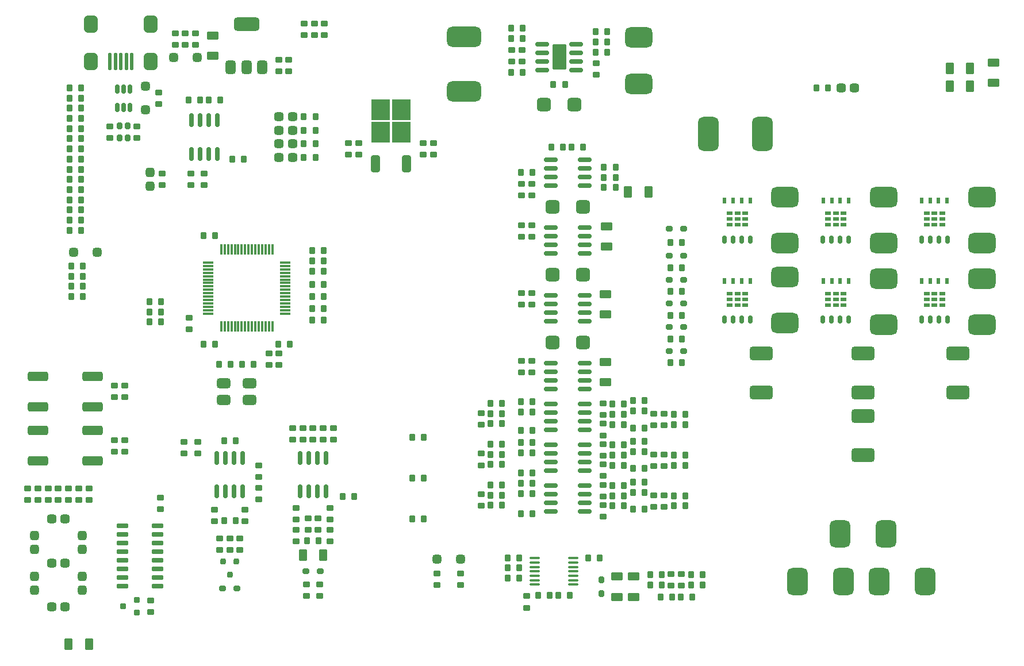
<source format=gbr>
%TF.GenerationSoftware,KiCad,Pcbnew,8.0.4*%
%TF.CreationDate,2024-09-01T17:29:21+03:00*%
%TF.ProjectId,STM32_Motor_Kit_v0.1,53544d33-325f-44d6-9f74-6f725f4b6974,rev?*%
%TF.SameCoordinates,Original*%
%TF.FileFunction,Paste,Top*%
%TF.FilePolarity,Positive*%
%FSLAX45Y45*%
G04 Gerber Fmt 4.5, Leading zero omitted, Abs format (unit mm)*
G04 Created by KiCad (PCBNEW 8.0.4) date 2024-09-01 17:29:21*
%MOMM*%
%LPD*%
G01*
G04 APERTURE LIST*
G04 Aperture macros list*
%AMRoundRect*
0 Rectangle with rounded corners*
0 $1 Rounding radius*
0 $2 $3 $4 $5 $6 $7 $8 $9 X,Y pos of 4 corners*
0 Add a 4 corners polygon primitive as box body*
4,1,4,$2,$3,$4,$5,$6,$7,$8,$9,$2,$3,0*
0 Add four circle primitives for the rounded corners*
1,1,$1+$1,$2,$3*
1,1,$1+$1,$4,$5*
1,1,$1+$1,$6,$7*
1,1,$1+$1,$8,$9*
0 Add four rect primitives between the rounded corners*
20,1,$1+$1,$2,$3,$4,$5,0*
20,1,$1+$1,$4,$5,$6,$7,0*
20,1,$1+$1,$6,$7,$8,$9,0*
20,1,$1+$1,$8,$9,$2,$3,0*%
G04 Aperture macros list end*
%ADD10RoundRect,0.180000X-0.270000X-0.320000X0.270000X-0.320000X0.270000X0.320000X-0.270000X0.320000X0*%
%ADD11RoundRect,0.325000X0.325000X0.325000X-0.325000X0.325000X-0.325000X-0.325000X0.325000X-0.325000X0*%
%ADD12RoundRect,0.180000X-0.320000X0.270000X-0.320000X-0.270000X0.320000X-0.270000X0.320000X0.270000X0*%
%ADD13RoundRect,0.150000X0.825000X0.150000X-0.825000X0.150000X-0.825000X-0.150000X0.825000X-0.150000X0*%
%ADD14RoundRect,0.180000X0.270000X0.320000X-0.270000X0.320000X-0.270000X-0.320000X0.270000X-0.320000X0*%
%ADD15RoundRect,0.162500X-0.162500X0.487500X-0.162500X-0.487500X0.162500X-0.487500X0.162500X0.487500X0*%
%ADD16RoundRect,0.200000X0.200000X0.300000X-0.200000X0.300000X-0.200000X-0.300000X0.200000X-0.300000X0*%
%ADD17RoundRect,0.180000X0.320000X-0.270000X0.320000X0.270000X-0.320000X0.270000X-0.320000X-0.270000X0*%
%ADD18RoundRect,0.325000X0.337500X0.325000X-0.337500X0.325000X-0.337500X-0.325000X0.337500X-0.325000X0*%
%ADD19R,0.900000X0.600000*%
%ADD20R,0.600000X0.900000*%
%ADD21RoundRect,0.150000X-0.150000X-0.425000X0.150000X-0.425000X0.150000X0.425000X-0.150000X0.425000X0*%
%ADD22RoundRect,0.325000X-0.325000X-0.325000X0.325000X-0.325000X0.325000X0.325000X-0.325000X0.325000X0*%
%ADD23RoundRect,0.325000X-0.337500X-0.325000X0.337500X-0.325000X0.337500X0.325000X-0.337500X0.325000X0*%
%ADD24RoundRect,0.350000X-1.150000X-0.350000X1.150000X-0.350000X1.150000X0.350000X-1.150000X0.350000X0*%
%ADD25RoundRect,0.200000X-0.300000X-0.200000X0.300000X-0.200000X0.300000X0.200000X-0.300000X0.200000X0*%
%ADD26RoundRect,0.240000X-0.610000X0.360000X-0.610000X-0.360000X0.610000X-0.360000X0.610000X0.360000X0*%
%ADD27RoundRect,0.750000X-1.250000X-0.750000X1.250000X-0.750000X1.250000X0.750000X-1.250000X0.750000X0*%
%ADD28RoundRect,0.150000X-0.825000X-0.150000X0.825000X-0.150000X0.825000X0.150000X-0.825000X0.150000X0*%
%ADD29RoundRect,0.240000X-0.360000X-0.610000X0.360000X-0.610000X0.360000X0.610000X-0.360000X0.610000X0*%
%ADD30RoundRect,0.750000X0.750000X-1.250000X0.750000X1.250000X-0.750000X1.250000X-0.750000X-1.250000X0*%
%ADD31RoundRect,0.375000X0.625000X0.375000X-0.625000X0.375000X-0.625000X-0.375000X0.625000X-0.375000X0*%
%ADD32RoundRect,0.325000X0.325000X-0.325000X0.325000X0.325000X-0.325000X0.325000X-0.325000X-0.325000X0*%
%ADD33RoundRect,0.400000X-1.300000X0.600000X-1.300000X-0.600000X1.300000X-0.600000X1.300000X0.600000X0*%
%ADD34RoundRect,0.125000X0.125000X1.125000X-0.125000X1.125000X-0.125000X-1.125000X0.125000X-1.125000X0*%
%ADD35RoundRect,0.500000X0.500000X0.750000X-0.500000X0.750000X-0.500000X-0.750000X0.500000X-0.750000X0*%
%ADD36RoundRect,0.325000X0.325000X-0.337500X0.325000X0.337500X-0.325000X0.337500X-0.325000X-0.337500X0*%
%ADD37RoundRect,0.750000X0.750000X1.750000X-0.750000X1.750000X-0.750000X-1.750000X0.750000X-1.750000X0*%
%ADD38RoundRect,0.100000X-0.637500X-0.100000X0.637500X-0.100000X0.637500X0.100000X-0.637500X0.100000X0*%
%ADD39RoundRect,0.500000X0.550000X0.500000X-0.550000X0.500000X-0.550000X-0.500000X0.550000X-0.500000X0*%
%ADD40RoundRect,0.200000X-0.200000X0.250000X-0.200000X-0.250000X0.200000X-0.250000X0.200000X0.250000X0*%
%ADD41RoundRect,0.150000X-0.150000X0.825000X-0.150000X-0.825000X0.150000X-0.825000X0.150000X0.825000X0*%
%ADD42RoundRect,0.150000X-0.725000X-0.150000X0.725000X-0.150000X0.725000X0.150000X-0.725000X0.150000X0*%
%ADD43RoundRect,0.500000X-0.550000X-0.500000X0.550000X-0.500000X0.550000X0.500000X-0.550000X0.500000X0*%
%ADD44RoundRect,0.375000X0.375000X-0.625000X0.375000X0.625000X-0.375000X0.625000X-0.375000X-0.625000X0*%
%ADD45RoundRect,0.500000X1.400000X-0.500000X1.400000X0.500000X-1.400000X0.500000X-1.400000X-0.500000X0*%
%ADD46R,2.750000X3.050000*%
%ADD47RoundRect,0.350000X0.350000X-0.900000X0.350000X0.900000X-0.350000X0.900000X-0.350000X-0.900000X0*%
%ADD48RoundRect,0.075000X0.075000X-0.700000X0.075000X0.700000X-0.075000X0.700000X-0.075000X-0.700000X0*%
%ADD49RoundRect,0.075000X0.700000X-0.075000X0.700000X0.075000X-0.700000X0.075000X-0.700000X-0.075000X0*%
%ADD50RoundRect,0.750000X1.750000X-0.750000X1.750000X0.750000X-1.750000X0.750000X-1.750000X-0.750000X0*%
%ADD51RoundRect,0.200000X0.800000X1.700000X-0.800000X1.700000X-0.800000X-1.700000X0.800000X-1.700000X0*%
%ADD52RoundRect,0.200000X-0.200000X0.300000X-0.200000X-0.300000X0.200000X-0.300000X0.200000X0.300000X0*%
%ADD53RoundRect,0.750000X1.250000X0.750000X-1.250000X0.750000X-1.250000X-0.750000X1.250000X-0.750000X0*%
%ADD54RoundRect,0.200000X0.250000X0.200000X-0.250000X0.200000X-0.250000X-0.200000X0.250000X-0.200000X0*%
%ADD55RoundRect,0.240000X0.610000X-0.360000X0.610000X0.360000X-0.610000X0.360000X-0.610000X-0.360000X0*%
G04 APERTURE END LIST*
D10*
%TO.C,R50*%
X14765000Y-9650000D03*
X14935000Y-9650000D03*
%TD*%
D11*
%TO.C,D9*%
X6325000Y-8725000D03*
X5975000Y-8725000D03*
%TD*%
D12*
%TO.C,R24*%
X8425000Y-12940000D03*
X8425000Y-13110000D03*
%TD*%
D13*
%TO.C,U3*%
X13497500Y-7740500D03*
X13497500Y-7613500D03*
X13497500Y-7486500D03*
X13497500Y-7359500D03*
X13002500Y-7359500D03*
X13002500Y-7486500D03*
X13002500Y-7613500D03*
X13002500Y-7740500D03*
%TD*%
D14*
%TO.C,R106*%
X6085000Y-8250000D03*
X5915000Y-8250000D03*
%TD*%
D15*
%TO.C,U17*%
X6805000Y-6315000D03*
X6710000Y-6315000D03*
X6615000Y-6315000D03*
X6615000Y-6585000D03*
X6710000Y-6585000D03*
X6805000Y-6585000D03*
%TD*%
D10*
%TO.C,R63*%
X10965000Y-12050000D03*
X11135000Y-12050000D03*
%TD*%
D12*
%TO.C,C95*%
X9750000Y-12815000D03*
X9750000Y-12985000D03*
%TD*%
D16*
%TO.C,L3*%
X6770000Y-7040000D03*
X6770000Y-6860000D03*
X6650000Y-6860000D03*
X6650000Y-7040000D03*
%TD*%
D14*
%TO.C,C2*%
X8285000Y-10375000D03*
X8115000Y-10375000D03*
%TD*%
D17*
%TO.C,R80*%
X9350000Y-11485000D03*
X9350000Y-11315000D03*
%TD*%
D18*
%TO.C,D38*%
X5850000Y-12650000D03*
X5650000Y-12650000D03*
%TD*%
D14*
%TO.C,C17*%
X13180000Y-7170000D03*
X13010000Y-7170000D03*
%TD*%
%TO.C,C111*%
X12735000Y-11075000D03*
X12565000Y-11075000D03*
%TD*%
D19*
%TO.C,Q6*%
X18535000Y-9500000D03*
X18650000Y-9500000D03*
X18765000Y-9500000D03*
X18535000Y-9415000D03*
X18650000Y-9415000D03*
X18765000Y-9415000D03*
X18535000Y-9330000D03*
X18650000Y-9330000D03*
X18765000Y-9330000D03*
D20*
X18462000Y-9145000D03*
X18590000Y-9145000D03*
X18710000Y-9145000D03*
X18838000Y-9145000D03*
D21*
X18459000Y-9717000D03*
X18586000Y-9717000D03*
X18714000Y-9717000D03*
X18841000Y-9717000D03*
%TD*%
D10*
%TO.C,R32*%
X14810000Y-12460000D03*
X14980000Y-12460000D03*
%TD*%
D12*
%TO.C,C28*%
X12425000Y-5740000D03*
X12425000Y-5910000D03*
%TD*%
D10*
%TO.C,C89*%
X15065000Y-13475000D03*
X15235000Y-13475000D03*
%TD*%
%TO.C,R9*%
X12565000Y-7550000D03*
X12735000Y-7550000D03*
%TD*%
D17*
%TO.C,C102*%
X6575000Y-11660000D03*
X6575000Y-11490000D03*
%TD*%
D22*
%TO.C,D3*%
X7445000Y-5855000D03*
X7795000Y-5855000D03*
%TD*%
D14*
%TO.C,R12*%
X12585000Y-6075000D03*
X12415000Y-6075000D03*
%TD*%
D10*
%TO.C,C69*%
X14210000Y-11660000D03*
X14380000Y-11660000D03*
%TD*%
%TO.C,C87*%
X13550000Y-13225000D03*
X13720000Y-13225000D03*
%TD*%
D23*
%TO.C,D8*%
X9000000Y-6725000D03*
X9200000Y-6725000D03*
%TD*%
D10*
%TO.C,C107*%
X14210000Y-10910000D03*
X14380000Y-10910000D03*
%TD*%
D17*
%TO.C,R53*%
X13770000Y-11420000D03*
X13770000Y-11250000D03*
%TD*%
D14*
%TO.C,C35*%
X6110000Y-9375000D03*
X5940000Y-9375000D03*
%TD*%
D17*
%TO.C,C27*%
X11125000Y-7285000D03*
X11125000Y-7115000D03*
%TD*%
D14*
%TO.C,R68*%
X12285000Y-11250000D03*
X12115000Y-11250000D03*
%TD*%
D24*
%TO.C,SW3*%
X5450000Y-11350000D03*
X6250000Y-11350000D03*
X5450000Y-11800000D03*
X6250000Y-11800000D03*
%TD*%
D17*
%TO.C,R82*%
X9500000Y-11485000D03*
X9500000Y-11315000D03*
%TD*%
D25*
%TO.C,D15*%
X14745000Y-8375000D03*
X14955000Y-8375000D03*
%TD*%
D10*
%TO.C,R42*%
X13910000Y-12310000D03*
X14080000Y-12310000D03*
%TD*%
D17*
%TO.C,R55*%
X13770000Y-12620000D03*
X13770000Y-12450000D03*
%TD*%
D10*
%TO.C,R38*%
X13910000Y-11110000D03*
X14080000Y-11110000D03*
%TD*%
%TO.C,R15*%
X9365000Y-7325000D03*
X9535000Y-7325000D03*
%TD*%
D12*
%TO.C,R103*%
X6725000Y-11490000D03*
X6725000Y-11660000D03*
%TD*%
D10*
%TO.C,C68*%
X14210000Y-11910000D03*
X14380000Y-11910000D03*
%TD*%
D14*
%TO.C,R13*%
X12585000Y-5575000D03*
X12415000Y-5575000D03*
%TD*%
D17*
%TO.C,C12*%
X9145000Y-6055000D03*
X9145000Y-5885000D03*
%TD*%
D19*
%TO.C,Q4*%
X17085000Y-9500000D03*
X17200000Y-9500000D03*
X17315000Y-9500000D03*
X17085000Y-9415000D03*
X17200000Y-9415000D03*
X17315000Y-9415000D03*
X17085000Y-9330000D03*
X17200000Y-9330000D03*
X17315000Y-9330000D03*
D20*
X17012000Y-9145000D03*
X17140000Y-9145000D03*
X17260000Y-9145000D03*
X17388000Y-9145000D03*
D21*
X17009000Y-9717000D03*
X17136000Y-9717000D03*
X17264000Y-9717000D03*
X17391000Y-9717000D03*
%TD*%
D26*
%TO.C,C90*%
X13975000Y-13500000D03*
X13975000Y-13800000D03*
%TD*%
D12*
%TO.C,C49*%
X12720000Y-8325000D03*
X12720000Y-8495000D03*
%TD*%
D26*
%TO.C,C16*%
X8020000Y-5530000D03*
X8020000Y-5830000D03*
%TD*%
D27*
%TO.C,D26*%
X19350000Y-9110000D03*
X19350000Y-9790000D03*
%TD*%
D17*
%TO.C,R93*%
X6050000Y-12375000D03*
X6050000Y-12205000D03*
%TD*%
D27*
%TO.C,D25*%
X19350000Y-7910000D03*
X19350000Y-8590000D03*
%TD*%
D28*
%TO.C,U8*%
X13002500Y-9359500D03*
X13002500Y-9486500D03*
X13002500Y-9613500D03*
X13002500Y-9740500D03*
X13497500Y-9740500D03*
X13497500Y-9613500D03*
X13497500Y-9486500D03*
X13497500Y-9359500D03*
%TD*%
D26*
%TO.C,C54*%
X13805000Y-9340000D03*
X13805000Y-9640000D03*
%TD*%
D29*
%TO.C,C74*%
X5900000Y-14500000D03*
X6200000Y-14500000D03*
%TD*%
D14*
%TO.C,C8*%
X9660000Y-9000000D03*
X9490000Y-9000000D03*
%TD*%
D27*
%TO.C,D17*%
X16450000Y-7910000D03*
X16450000Y-8590000D03*
%TD*%
D18*
%TO.C,D44*%
X5850000Y-13950000D03*
X5650000Y-13950000D03*
%TD*%
D17*
%TO.C,R48*%
X13770000Y-12320000D03*
X13770000Y-12150000D03*
%TD*%
D12*
%TO.C,C46*%
X12570000Y-8325000D03*
X12570000Y-8495000D03*
%TD*%
D10*
%TO.C,R29*%
X14810000Y-11110000D03*
X14980000Y-11110000D03*
%TD*%
%TO.C,R28*%
X14810000Y-11260000D03*
X14980000Y-11260000D03*
%TD*%
%TO.C,R30*%
X14810000Y-11860000D03*
X14980000Y-11860000D03*
%TD*%
D12*
%TO.C,C4*%
X7675000Y-9690000D03*
X7675000Y-9860000D03*
%TD*%
%TO.C,C39*%
X8500000Y-12515000D03*
X8500000Y-12685000D03*
%TD*%
%TO.C,C37*%
X7600000Y-11515000D03*
X7600000Y-11685000D03*
%TD*%
D24*
%TO.C,SW2*%
X5450000Y-10550000D03*
X6250000Y-10550000D03*
X5450000Y-11000000D03*
X6250000Y-11000000D03*
%TD*%
D12*
%TO.C,FB2*%
X9425000Y-12640000D03*
X9425000Y-12810000D03*
%TD*%
D23*
%TO.C,D7*%
X9000000Y-6925000D03*
X9200000Y-6925000D03*
%TD*%
D30*
%TO.C,D29*%
X17835000Y-13575000D03*
X18515000Y-13575000D03*
%TD*%
D17*
%TO.C,R8*%
X7470000Y-5665000D03*
X7470000Y-5495000D03*
%TD*%
D31*
%TO.C,Y1*%
X8565000Y-10650000D03*
X8185000Y-10650000D03*
X8185000Y-10900000D03*
X8565000Y-10900000D03*
%TD*%
D14*
%TO.C,R111*%
X6085000Y-7650000D03*
X5915000Y-7650000D03*
%TD*%
D12*
%TO.C,R25*%
X8125000Y-12940000D03*
X8125000Y-13110000D03*
%TD*%
%TO.C,R22*%
X8700000Y-11865000D03*
X8700000Y-12035000D03*
%TD*%
D14*
%TO.C,R11*%
X13835000Y-5625000D03*
X13665000Y-5625000D03*
%TD*%
D32*
%TO.C,D33*%
X7030000Y-6625000D03*
X7030000Y-6275000D03*
%TD*%
D12*
%TO.C,C110*%
X12570000Y-7715000D03*
X12570000Y-7885000D03*
%TD*%
D10*
%TO.C,C70*%
X14210000Y-12510000D03*
X14380000Y-12510000D03*
%TD*%
D14*
%TO.C,R110*%
X6085000Y-7350000D03*
X5915000Y-7350000D03*
%TD*%
%TO.C,C79*%
X12285000Y-11550000D03*
X12115000Y-11550000D03*
%TD*%
D25*
%TO.C,D16*%
X14745000Y-8775000D03*
X14955000Y-8775000D03*
%TD*%
D33*
%TO.C,R36*%
X16100000Y-10210000D03*
X16100000Y-10790000D03*
%TD*%
D10*
%TO.C,R20*%
X5940000Y-9075000D03*
X6110000Y-9075000D03*
%TD*%
%TO.C,R17*%
X9365000Y-6925000D03*
X9535000Y-6925000D03*
%TD*%
D13*
%TO.C,U10*%
X13497500Y-11340500D03*
X13497500Y-11213500D03*
X13497500Y-11086500D03*
X13497500Y-10959500D03*
X13002500Y-10959500D03*
X13002500Y-11086500D03*
X13002500Y-11213500D03*
X13002500Y-11340500D03*
%TD*%
D17*
%TO.C,R54*%
X13770000Y-12020000D03*
X13770000Y-11850000D03*
%TD*%
D34*
%TO.C,J8*%
X6830000Y-5910000D03*
X6750000Y-5910000D03*
X6670000Y-5910000D03*
X6590000Y-5910000D03*
X6510000Y-5910000D03*
D35*
X7110000Y-5910000D03*
X7110000Y-5360000D03*
X6230000Y-5910000D03*
X6230000Y-5360000D03*
%TD*%
D10*
%TO.C,R40*%
X13910000Y-11710000D03*
X14080000Y-11710000D03*
%TD*%
D36*
%TO.C,D45*%
X7100000Y-7750000D03*
X7100000Y-7550000D03*
%TD*%
D25*
%TO.C,D19*%
X14745000Y-9125000D03*
X14955000Y-9125000D03*
%TD*%
D14*
%TO.C,C13*%
X13955000Y-7770000D03*
X13785000Y-7770000D03*
%TD*%
D17*
%TO.C,C94*%
X9250000Y-12660000D03*
X9250000Y-12490000D03*
%TD*%
%TO.C,R89*%
X9000000Y-10385000D03*
X9000000Y-10215000D03*
%TD*%
D14*
%TO.C,R112*%
X6085000Y-7500000D03*
X5915000Y-7500000D03*
%TD*%
D10*
%TO.C,R49*%
X14765000Y-9300000D03*
X14935000Y-9300000D03*
%TD*%
%TO.C,C24*%
X13040000Y-6250000D03*
X13210000Y-6250000D03*
%TD*%
D25*
%TO.C,D24*%
X14745000Y-10175000D03*
X14955000Y-10175000D03*
%TD*%
D12*
%TO.C,C32*%
X9670000Y-5355000D03*
X9670000Y-5525000D03*
%TD*%
D14*
%TO.C,C77*%
X12735000Y-12575000D03*
X12565000Y-12575000D03*
%TD*%
%TO.C,R85*%
X6085000Y-6600000D03*
X5915000Y-6600000D03*
%TD*%
D29*
%TO.C,R3*%
X14140000Y-7830000D03*
X14440000Y-7830000D03*
%TD*%
D12*
%TO.C,R21*%
X7800000Y-11515000D03*
X7800000Y-11685000D03*
%TD*%
D10*
%TO.C,R41*%
X13910000Y-12460000D03*
X14080000Y-12460000D03*
%TD*%
D14*
%TO.C,R77*%
X15235000Y-13625000D03*
X15065000Y-13625000D03*
%TD*%
D12*
%TO.C,C20*%
X7620000Y-5495000D03*
X7620000Y-5665000D03*
%TD*%
D17*
%TO.C,R92*%
X5600000Y-12375000D03*
X5600000Y-12205000D03*
%TD*%
%TO.C,R97*%
X5300000Y-12375000D03*
X5300000Y-12205000D03*
%TD*%
D10*
%TO.C,R65*%
X12115000Y-11700000D03*
X12285000Y-11700000D03*
%TD*%
%TO.C,R4*%
X13785000Y-7620000D03*
X13955000Y-7620000D03*
%TD*%
D27*
%TO.C,D21*%
X17900000Y-7910000D03*
X17900000Y-8590000D03*
%TD*%
D25*
%TO.C,D20*%
X14745000Y-9475000D03*
X14955000Y-9475000D03*
%TD*%
D13*
%TO.C,U11*%
X13497500Y-11940500D03*
X13497500Y-11813500D03*
X13497500Y-11686500D03*
X13497500Y-11559500D03*
X13002500Y-11559500D03*
X13002500Y-11686500D03*
X13002500Y-11813500D03*
X13002500Y-11940500D03*
%TD*%
D26*
%TO.C,C52*%
X13820000Y-8340000D03*
X13820000Y-8640000D03*
%TD*%
D10*
%TO.C,R39*%
X13910000Y-11860000D03*
X14080000Y-11860000D03*
%TD*%
D14*
%TO.C,R107*%
X6085000Y-8100000D03*
X5915000Y-8100000D03*
%TD*%
D12*
%TO.C,TH3*%
X9400000Y-13614500D03*
X9400000Y-13784500D03*
%TD*%
D14*
%TO.C,C7*%
X9660000Y-8850000D03*
X9490000Y-8850000D03*
%TD*%
D37*
%TO.C,L1*%
X16120000Y-6975000D03*
X15320000Y-6975000D03*
%TD*%
D10*
%TO.C,R37*%
X13910000Y-11260000D03*
X14080000Y-11260000D03*
%TD*%
%TO.C,C5*%
X8990000Y-10075000D03*
X9160000Y-10075000D03*
%TD*%
D14*
%TO.C,R73*%
X12985000Y-13775000D03*
X12815000Y-13775000D03*
%TD*%
D23*
%TO.C,D6*%
X9000000Y-7125000D03*
X9200000Y-7125000D03*
%TD*%
D25*
%TO.C,D23*%
X14745000Y-9825000D03*
X14955000Y-9825000D03*
%TD*%
D17*
%TO.C,R74*%
X14775000Y-13635000D03*
X14775000Y-13465000D03*
%TD*%
D10*
%TO.C,C109*%
X14210000Y-12110000D03*
X14380000Y-12110000D03*
%TD*%
D14*
%TO.C,R100*%
X7835000Y-6475000D03*
X7665000Y-6475000D03*
%TD*%
D38*
%TO.C,U13*%
X12763750Y-13230000D03*
X12763750Y-13295000D03*
X12763750Y-13360000D03*
X12763750Y-13425000D03*
X12763750Y-13490000D03*
X12763750Y-13555000D03*
X12763750Y-13620000D03*
X13336250Y-13620000D03*
X13336250Y-13555000D03*
X13336250Y-13490000D03*
X13336250Y-13425000D03*
X13336250Y-13360000D03*
X13336250Y-13295000D03*
X13336250Y-13230000D03*
%TD*%
D12*
%TO.C,C30*%
X12575000Y-5740000D03*
X12575000Y-5910000D03*
%TD*%
D17*
%TO.C,C23*%
X10175000Y-7285000D03*
X10175000Y-7115000D03*
%TD*%
D14*
%TO.C,R104*%
X6085000Y-6900000D03*
X5915000Y-6900000D03*
%TD*%
%TO.C,C96*%
X9585000Y-12975000D03*
X9415000Y-12975000D03*
%TD*%
D17*
%TO.C,C42*%
X8275000Y-13110000D03*
X8275000Y-12940000D03*
%TD*%
D14*
%TO.C,R115*%
X6085000Y-7950000D03*
X5915000Y-7950000D03*
%TD*%
D29*
%TO.C,R26*%
X18875000Y-6015000D03*
X19175000Y-6015000D03*
%TD*%
D10*
%TO.C,R18*%
X9365000Y-6725000D03*
X9535000Y-6725000D03*
%TD*%
%TO.C,R56*%
X12565000Y-10925000D03*
X12735000Y-10925000D03*
%TD*%
D36*
%TO.C,D39*%
X5400000Y-13100000D03*
X5400000Y-12900000D03*
%TD*%
D12*
%TO.C,R90*%
X7105000Y-13855000D03*
X7105000Y-14025000D03*
%TD*%
D10*
%TO.C,C67*%
X14210000Y-11060000D03*
X14380000Y-11060000D03*
%TD*%
D39*
%TO.C,D13*%
X13475000Y-9050000D03*
X13025000Y-9050000D03*
%TD*%
D10*
%TO.C,C25*%
X13665000Y-5475000D03*
X13835000Y-5475000D03*
%TD*%
%TO.C,C108*%
X14210000Y-11510000D03*
X14380000Y-11510000D03*
%TD*%
D17*
%TO.C,C63*%
X14520000Y-11270000D03*
X14520000Y-11100000D03*
%TD*%
D12*
%TO.C,TH2*%
X9600000Y-13614500D03*
X9600000Y-13784500D03*
%TD*%
D17*
%TO.C,C14*%
X8995000Y-6055000D03*
X8995000Y-5885000D03*
%TD*%
D14*
%TO.C,R105*%
X6085000Y-6750000D03*
X5915000Y-6750000D03*
%TD*%
D25*
%TO.C,D36*%
X9395000Y-13424500D03*
X9605000Y-13424500D03*
%TD*%
D10*
%TO.C,R67*%
X12115000Y-12300000D03*
X12285000Y-12300000D03*
%TD*%
D17*
%TO.C,R76*%
X14925000Y-13635000D03*
X14925000Y-13465000D03*
%TD*%
D30*
%TO.C,D27*%
X17260000Y-12875000D03*
X17940000Y-12875000D03*
%TD*%
D14*
%TO.C,C73*%
X12735000Y-12275000D03*
X12565000Y-12275000D03*
%TD*%
%TO.C,C40*%
X8360000Y-12675000D03*
X8190000Y-12675000D03*
%TD*%
D12*
%TO.C,C97*%
X9250000Y-12815000D03*
X9250000Y-12985000D03*
%TD*%
D40*
%TO.C,D10*%
X8370000Y-13275000D03*
X8180000Y-13275000D03*
X8275000Y-13475000D03*
%TD*%
D14*
%TO.C,C88*%
X14635000Y-13475000D03*
X14465000Y-13475000D03*
%TD*%
D10*
%TO.C,R60*%
X14765000Y-10350000D03*
X14935000Y-10350000D03*
%TD*%
%TO.C,R5*%
X13785000Y-7470000D03*
X13955000Y-7470000D03*
%TD*%
%TO.C,R6*%
X16915000Y-6300000D03*
X17085000Y-6300000D03*
%TD*%
D39*
%TO.C,D14*%
X13475000Y-10050000D03*
X13025000Y-10050000D03*
%TD*%
D26*
%TO.C,C115*%
X19525000Y-5925000D03*
X19525000Y-6225000D03*
%TD*%
D33*
%TO.C,R61*%
X19000000Y-10210000D03*
X19000000Y-10790000D03*
%TD*%
D10*
%TO.C,C38*%
X8190000Y-11500000D03*
X8360000Y-11500000D03*
%TD*%
D25*
%TO.C,D11*%
X8170000Y-13675000D03*
X8380000Y-13675000D03*
%TD*%
D12*
%TO.C,FB1*%
X9575000Y-12640000D03*
X9575000Y-12810000D03*
%TD*%
%TO.C,C50*%
X12720000Y-9325000D03*
X12720000Y-9495000D03*
%TD*%
D41*
%TO.C,U6*%
X8465500Y-11752500D03*
X8338500Y-11752500D03*
X8211500Y-11752500D03*
X8084500Y-11752500D03*
X8084500Y-12247500D03*
X8211500Y-12247500D03*
X8338500Y-12247500D03*
X8465500Y-12247500D03*
%TD*%
D42*
%TO.C,U15*%
X6697500Y-12755500D03*
X6697500Y-12882500D03*
X6697500Y-13009500D03*
X6697500Y-13136500D03*
X6697500Y-13263500D03*
X6697500Y-13390500D03*
X6697500Y-13517500D03*
X6697500Y-13644500D03*
X7212500Y-13644500D03*
X7212500Y-13517500D03*
X7212500Y-13390500D03*
X7212500Y-13263500D03*
X7212500Y-13136500D03*
X7212500Y-13009500D03*
X7212500Y-12882500D03*
X7212500Y-12755500D03*
%TD*%
D29*
%TO.C,R27*%
X18875000Y-6275000D03*
X19175000Y-6275000D03*
%TD*%
D43*
%TO.C,D4*%
X12900000Y-6550000D03*
X13350000Y-6550000D03*
%TD*%
D44*
%TO.C,U2*%
X8290000Y-5995000D03*
X8520000Y-5995000D03*
X8750000Y-5995000D03*
D45*
X8520000Y-5365000D03*
%TD*%
D10*
%TO.C,R10*%
X13665000Y-5775000D03*
X13835000Y-5775000D03*
%TD*%
D17*
%TO.C,C93*%
X9750000Y-12660000D03*
X9750000Y-12490000D03*
%TD*%
D14*
%TO.C,R83*%
X12285000Y-12450000D03*
X12115000Y-12450000D03*
%TD*%
D10*
%TO.C,R1*%
X7090000Y-9750000D03*
X7260000Y-9750000D03*
%TD*%
D26*
%TO.C,C56*%
X13805000Y-10340000D03*
X13805000Y-10640000D03*
%TD*%
D10*
%TO.C,R58*%
X12565000Y-12125000D03*
X12735000Y-12125000D03*
%TD*%
%TO.C,R16*%
X9365000Y-7125000D03*
X9535000Y-7125000D03*
%TD*%
D12*
%TO.C,C91*%
X12650000Y-13790000D03*
X12650000Y-13960000D03*
%TD*%
D10*
%TO.C,C83*%
X9490000Y-9725000D03*
X9660000Y-9725000D03*
%TD*%
D17*
%TO.C,C62*%
X14670000Y-12470000D03*
X14670000Y-12300000D03*
%TD*%
%TO.C,R102*%
X7700000Y-7735000D03*
X7700000Y-7565000D03*
%TD*%
D14*
%TO.C,C86*%
X12535000Y-13225000D03*
X12365000Y-13225000D03*
%TD*%
D12*
%TO.C,C51*%
X12720000Y-10325000D03*
X12720000Y-10495000D03*
%TD*%
D17*
%TO.C,C60*%
X14670000Y-11270000D03*
X14670000Y-11100000D03*
%TD*%
D14*
%TO.C,C76*%
X12735000Y-11975000D03*
X12565000Y-11975000D03*
%TD*%
D12*
%TO.C,C104*%
X7230000Y-6365000D03*
X7230000Y-6535000D03*
%TD*%
D19*
%TO.C,Q5*%
X18535000Y-8316500D03*
X18650000Y-8316500D03*
X18765000Y-8316500D03*
X18535000Y-8231500D03*
X18650000Y-8231500D03*
X18765000Y-8231500D03*
X18535000Y-8146500D03*
X18650000Y-8146500D03*
X18765000Y-8146500D03*
D20*
X18462000Y-7961500D03*
X18590000Y-7961500D03*
X18710000Y-7961500D03*
X18838000Y-7961500D03*
D21*
X18459000Y-8533500D03*
X18586000Y-8533500D03*
X18714000Y-8533500D03*
X18841000Y-8533500D03*
%TD*%
D27*
%TO.C,D22*%
X17900000Y-9110000D03*
X17900000Y-9790000D03*
%TD*%
D12*
%TO.C,C21*%
X13675000Y-5940000D03*
X13675000Y-6110000D03*
%TD*%
D10*
%TO.C,C82*%
X9490000Y-9550000D03*
X9660000Y-9550000D03*
%TD*%
%TO.C,R59*%
X14765000Y-10000000D03*
X14935000Y-10000000D03*
%TD*%
D46*
%TO.C,U5*%
X10497500Y-6957500D03*
X10802500Y-6957500D03*
X10497500Y-6622500D03*
X10802500Y-6622500D03*
D47*
X10422000Y-7420000D03*
X10878000Y-7420000D03*
%TD*%
D14*
%TO.C,C84*%
X7260000Y-9450000D03*
X7090000Y-9450000D03*
%TD*%
D10*
%TO.C,R75*%
X14465000Y-13625000D03*
X14635000Y-13625000D03*
%TD*%
D36*
%TO.C,D40*%
X6100000Y-13100000D03*
X6100000Y-12900000D03*
%TD*%
D10*
%TO.C,R14*%
X12415000Y-5425000D03*
X12585000Y-5425000D03*
%TD*%
D36*
%TO.C,D43*%
X6100000Y-13700000D03*
X6100000Y-13500000D03*
%TD*%
D10*
%TO.C,R69*%
X12115000Y-11100000D03*
X12285000Y-11100000D03*
%TD*%
D14*
%TO.C,R108*%
X6085000Y-8400000D03*
X5915000Y-8400000D03*
%TD*%
D10*
%TO.C,C66*%
X14210000Y-11310000D03*
X14380000Y-11310000D03*
%TD*%
D12*
%TO.C,R88*%
X11675000Y-13456750D03*
X11675000Y-13626750D03*
%TD*%
D14*
%TO.C,R114*%
X6085000Y-7050000D03*
X5915000Y-7050000D03*
%TD*%
%TO.C,C36*%
X6110000Y-8925000D03*
X5940000Y-8925000D03*
%TD*%
%TO.C,R113*%
X6085000Y-6300000D03*
X5915000Y-6300000D03*
%TD*%
D23*
%TO.C,D5*%
X9000000Y-7325000D03*
X9200000Y-7325000D03*
%TD*%
D12*
%TO.C,C34*%
X9370000Y-5355000D03*
X9370000Y-5525000D03*
%TD*%
D14*
%TO.C,R79*%
X14785000Y-13800000D03*
X14615000Y-13800000D03*
%TD*%
D10*
%TO.C,C3*%
X8455000Y-10375000D03*
X8625000Y-10375000D03*
%TD*%
D19*
%TO.C,Q3*%
X17085000Y-8316500D03*
X17200000Y-8316500D03*
X17315000Y-8316500D03*
X17085000Y-8231500D03*
X17200000Y-8231500D03*
X17315000Y-8231500D03*
X17085000Y-8146500D03*
X17200000Y-8146500D03*
X17315000Y-8146500D03*
D20*
X17012000Y-7961500D03*
X17140000Y-7961500D03*
X17260000Y-7961500D03*
X17388000Y-7961500D03*
D21*
X17009000Y-8533500D03*
X17136000Y-8533500D03*
X17264000Y-8533500D03*
X17391000Y-8533500D03*
%TD*%
D17*
%TO.C,R23*%
X8700000Y-12360000D03*
X8700000Y-12190000D03*
%TD*%
D14*
%TO.C,R66*%
X12285000Y-11850000D03*
X12115000Y-11850000D03*
%TD*%
D17*
%TO.C,R95*%
X5450000Y-12375000D03*
X5450000Y-12205000D03*
%TD*%
D12*
%TO.C,C15*%
X12720000Y-7715000D03*
X12720000Y-7885000D03*
%TD*%
D10*
%TO.C,R19*%
X5940000Y-9225000D03*
X6110000Y-9225000D03*
%TD*%
D12*
%TO.C,C112*%
X11975000Y-11090000D03*
X11975000Y-11260000D03*
%TD*%
D19*
%TO.C,Q1*%
X15635000Y-8316500D03*
X15750000Y-8316500D03*
X15865000Y-8316500D03*
X15635000Y-8231500D03*
X15750000Y-8231500D03*
X15865000Y-8231500D03*
X15635000Y-8146500D03*
X15750000Y-8146500D03*
X15865000Y-8146500D03*
D20*
X15562000Y-7961500D03*
X15690000Y-7961500D03*
X15810000Y-7961500D03*
X15938000Y-7961500D03*
D21*
X15559000Y-8533500D03*
X15686000Y-8533500D03*
X15814000Y-8533500D03*
X15941000Y-8533500D03*
%TD*%
D17*
%TO.C,R84*%
X9200000Y-11485000D03*
X9200000Y-11315000D03*
%TD*%
D33*
%TO.C,R51*%
X17600000Y-10210000D03*
X17600000Y-10790000D03*
%TD*%
D10*
%TO.C,C100*%
X8315000Y-7350000D03*
X8485000Y-7350000D03*
%TD*%
D12*
%TO.C,C98*%
X8850000Y-10215000D03*
X8850000Y-10385000D03*
%TD*%
D17*
%TO.C,C64*%
X14520000Y-11870000D03*
X14520000Y-11700000D03*
%TD*%
D14*
%TO.C,R45*%
X14080000Y-11560000D03*
X13910000Y-11560000D03*
%TD*%
D39*
%TO.C,D12*%
X13475000Y-8050000D03*
X13025000Y-8050000D03*
%TD*%
D17*
%TO.C,C41*%
X8050000Y-12685000D03*
X8050000Y-12515000D03*
%TD*%
D14*
%TO.C,C78*%
X12285000Y-10950000D03*
X12115000Y-10950000D03*
%TD*%
D48*
%TO.C,U1*%
X8150000Y-9817500D03*
X8200000Y-9817500D03*
X8250000Y-9817500D03*
X8300000Y-9817500D03*
X8350000Y-9817500D03*
X8400000Y-9817500D03*
X8450000Y-9817500D03*
X8500000Y-9817500D03*
X8550000Y-9817500D03*
X8600000Y-9817500D03*
X8650000Y-9817500D03*
X8700000Y-9817500D03*
X8750000Y-9817500D03*
X8800000Y-9817500D03*
X8850000Y-9817500D03*
X8900000Y-9817500D03*
D49*
X9092500Y-9625000D03*
X9092500Y-9575000D03*
X9092500Y-9525000D03*
X9092500Y-9475000D03*
X9092500Y-9425000D03*
X9092500Y-9375000D03*
X9092500Y-9325000D03*
X9092500Y-9275000D03*
X9092500Y-9225000D03*
X9092500Y-9175000D03*
X9092500Y-9125000D03*
X9092500Y-9075000D03*
X9092500Y-9025000D03*
X9092500Y-8975000D03*
X9092500Y-8925000D03*
X9092500Y-8875000D03*
D48*
X8900000Y-8682500D03*
X8850000Y-8682500D03*
X8800000Y-8682500D03*
X8750000Y-8682500D03*
X8700000Y-8682500D03*
X8650000Y-8682500D03*
X8600000Y-8682500D03*
X8550000Y-8682500D03*
X8500000Y-8682500D03*
X8450000Y-8682500D03*
X8400000Y-8682500D03*
X8350000Y-8682500D03*
X8300000Y-8682500D03*
X8250000Y-8682500D03*
X8200000Y-8682500D03*
X8150000Y-8682500D03*
D49*
X7957500Y-8875000D03*
X7957500Y-8925000D03*
X7957500Y-8975000D03*
X7957500Y-9025000D03*
X7957500Y-9075000D03*
X7957500Y-9125000D03*
X7957500Y-9175000D03*
X7957500Y-9225000D03*
X7957500Y-9275000D03*
X7957500Y-9325000D03*
X7957500Y-9375000D03*
X7957500Y-9425000D03*
X7957500Y-9475000D03*
X7957500Y-9525000D03*
X7957500Y-9575000D03*
X7957500Y-9625000D03*
%TD*%
D36*
%TO.C,D42*%
X5400000Y-13700000D03*
X5400000Y-13500000D03*
%TD*%
D10*
%TO.C,R99*%
X7965000Y-6475000D03*
X8135000Y-6475000D03*
%TD*%
D28*
%TO.C,U9*%
X13002500Y-10359500D03*
X13002500Y-10486500D03*
X13002500Y-10613500D03*
X13002500Y-10740500D03*
X13497500Y-10740500D03*
X13497500Y-10613500D03*
X13497500Y-10486500D03*
X13497500Y-10359500D03*
%TD*%
D17*
%TO.C,R44*%
X13770000Y-11120000D03*
X13770000Y-10950000D03*
%TD*%
D14*
%TO.C,C80*%
X12285000Y-12150000D03*
X12115000Y-12150000D03*
%TD*%
D12*
%TO.C,R117*%
X9800000Y-11315000D03*
X9800000Y-11485000D03*
%TD*%
D17*
%TO.C,C61*%
X14670000Y-11870000D03*
X14670000Y-11700000D03*
%TD*%
D10*
%TO.C,R34*%
X14765000Y-8575000D03*
X14935000Y-8575000D03*
%TD*%
D17*
%TO.C,C29*%
X11275000Y-7285000D03*
X11275000Y-7115000D03*
%TD*%
D14*
%TO.C,C85*%
X7260000Y-9600000D03*
X7090000Y-9600000D03*
%TD*%
%TO.C,R116*%
X6085000Y-7800000D03*
X5915000Y-7800000D03*
%TD*%
D18*
%TO.C,D41*%
X5850000Y-13300000D03*
X5650000Y-13300000D03*
%TD*%
D10*
%TO.C,R7*%
X13310000Y-7170000D03*
X13480000Y-7170000D03*
%TD*%
D18*
%TO.C,D1*%
X17475000Y-6300000D03*
X17275000Y-6300000D03*
%TD*%
D14*
%TO.C,C10*%
X9660000Y-8700000D03*
X9490000Y-8700000D03*
%TD*%
D50*
%TO.C,L2*%
X11725000Y-6350000D03*
X11725000Y-5550000D03*
%TD*%
D14*
%TO.C,C75*%
X12735000Y-11350000D03*
X12565000Y-11350000D03*
%TD*%
D41*
%TO.C,U16*%
X8090500Y-6777500D03*
X7963500Y-6777500D03*
X7836500Y-6777500D03*
X7709500Y-6777500D03*
X7709500Y-7272500D03*
X7836500Y-7272500D03*
X7963500Y-7272500D03*
X8090500Y-7272500D03*
%TD*%
D14*
%TO.C,R70*%
X12535000Y-13375000D03*
X12365000Y-13375000D03*
%TD*%
D10*
%TO.C,R35*%
X14765000Y-8950000D03*
X14935000Y-8950000D03*
%TD*%
D41*
%TO.C,U14*%
X9690500Y-11752500D03*
X9563500Y-11752500D03*
X9436500Y-11752500D03*
X9309500Y-11752500D03*
X9309500Y-12247500D03*
X9436500Y-12247500D03*
X9563500Y-12247500D03*
X9690500Y-12247500D03*
%TD*%
D10*
%TO.C,R33*%
X14810000Y-12310000D03*
X14980000Y-12310000D03*
%TD*%
D14*
%TO.C,R47*%
X14080000Y-12160000D03*
X13910000Y-12160000D03*
%TD*%
D17*
%TO.C,R101*%
X7900000Y-7735000D03*
X7900000Y-7565000D03*
%TD*%
D13*
%TO.C,U12*%
X13497500Y-12540500D03*
X13497500Y-12413500D03*
X13497500Y-12286500D03*
X13497500Y-12159500D03*
X13002500Y-12159500D03*
X13002500Y-12286500D03*
X13002500Y-12413500D03*
X13002500Y-12540500D03*
%TD*%
D10*
%TO.C,C71*%
X14210000Y-12260000D03*
X14380000Y-12260000D03*
%TD*%
D14*
%TO.C,R72*%
X13285000Y-13775000D03*
X13115000Y-13775000D03*
%TD*%
D17*
%TO.C,R46*%
X13770000Y-11720000D03*
X13770000Y-11550000D03*
%TD*%
D12*
%TO.C,C47*%
X12570000Y-9325000D03*
X12570000Y-9495000D03*
%TD*%
D27*
%TO.C,D18*%
X16450000Y-9085000D03*
X16450000Y-9765000D03*
%TD*%
D14*
%TO.C,R86*%
X6085000Y-6450000D03*
X5915000Y-6450000D03*
%TD*%
D13*
%TO.C,U4*%
X13372500Y-6040500D03*
X13372500Y-5913500D03*
X13372500Y-5786500D03*
X13372500Y-5659500D03*
X12877500Y-5659500D03*
X12877500Y-5786500D03*
X12877500Y-5913500D03*
X12877500Y-6040500D03*
D51*
X13125000Y-5840000D03*
%TD*%
D28*
%TO.C,U7*%
X13002500Y-8359500D03*
X13002500Y-8486500D03*
X13002500Y-8613500D03*
X13002500Y-8740500D03*
X13497500Y-8740500D03*
X13497500Y-8613500D03*
X13497500Y-8486500D03*
X13497500Y-8359500D03*
%TD*%
D52*
%TO.C,D32*%
X13750000Y-13545000D03*
X13750000Y-13755000D03*
%TD*%
D17*
%TO.C,R94*%
X5750000Y-12375000D03*
X5750000Y-12205000D03*
%TD*%
%TO.C,R81*%
X9650000Y-11485000D03*
X9650000Y-11315000D03*
%TD*%
D12*
%TO.C,C113*%
X11975000Y-11690000D03*
X11975000Y-11860000D03*
%TD*%
D14*
%TO.C,C9*%
X8060000Y-8475000D03*
X7890000Y-8475000D03*
%TD*%
D17*
%TO.C,R91*%
X5900000Y-12375000D03*
X5900000Y-12205000D03*
%TD*%
D33*
%TO.C,R52*%
X17600000Y-11135000D03*
X17600000Y-11715000D03*
%TD*%
D14*
%TO.C,R43*%
X14080000Y-10960000D03*
X13910000Y-10960000D03*
%TD*%
D10*
%TO.C,C81*%
X9490000Y-9375000D03*
X9660000Y-9375000D03*
%TD*%
%TO.C,R64*%
X10965000Y-12650000D03*
X11135000Y-12650000D03*
%TD*%
D19*
%TO.C,Q2*%
X15635000Y-9500000D03*
X15750000Y-9500000D03*
X15865000Y-9500000D03*
X15635000Y-9415000D03*
X15750000Y-9415000D03*
X15865000Y-9415000D03*
X15635000Y-9330000D03*
X15750000Y-9330000D03*
X15865000Y-9330000D03*
D20*
X15562000Y-9145000D03*
X15690000Y-9145000D03*
X15810000Y-9145000D03*
X15938000Y-9145000D03*
D21*
X15559000Y-9717000D03*
X15686000Y-9717000D03*
X15814000Y-9717000D03*
X15941000Y-9717000D03*
%TD*%
D12*
%TO.C,C48*%
X12570000Y-10325000D03*
X12570000Y-10495000D03*
%TD*%
D10*
%TO.C,R78*%
X14915000Y-13800000D03*
X15085000Y-13800000D03*
%TD*%
D53*
%TO.C,D2*%
X14300000Y-6240000D03*
X14300000Y-5560000D03*
%TD*%
D12*
%TO.C,C106*%
X6910000Y-6865000D03*
X6910000Y-7035000D03*
%TD*%
D10*
%TO.C,R62*%
X10965000Y-11450000D03*
X11135000Y-11450000D03*
%TD*%
D17*
%TO.C,R98*%
X7275000Y-7735000D03*
X7275000Y-7565000D03*
%TD*%
%TO.C,C101*%
X11325000Y-13626750D03*
X11325000Y-13456750D03*
%TD*%
D10*
%TO.C,R31*%
X14810000Y-11710000D03*
X14980000Y-11710000D03*
%TD*%
D12*
%TO.C,C33*%
X9520000Y-5355000D03*
X9520000Y-5525000D03*
%TD*%
D14*
%TO.C,R71*%
X12535000Y-13525000D03*
X12365000Y-13525000D03*
%TD*%
D22*
%TO.C,D37*%
X11325000Y-13241750D03*
X11675000Y-13241750D03*
%TD*%
D17*
%TO.C,C99*%
X7250000Y-12510000D03*
X7250000Y-12340000D03*
%TD*%
%TO.C,C26*%
X10025000Y-7285000D03*
X10025000Y-7115000D03*
%TD*%
D10*
%TO.C,C6*%
X7890000Y-10075000D03*
X8060000Y-10075000D03*
%TD*%
D12*
%TO.C,C18*%
X7770000Y-5495000D03*
X7770000Y-5665000D03*
%TD*%
D10*
%TO.C,C92*%
X9940000Y-12325000D03*
X10110000Y-12325000D03*
%TD*%
D17*
%TO.C,R96*%
X6200000Y-12375000D03*
X6200000Y-12205000D03*
%TD*%
D14*
%TO.C,R109*%
X6085000Y-7200000D03*
X5915000Y-7200000D03*
%TD*%
D17*
%TO.C,C65*%
X14520000Y-12470000D03*
X14520000Y-12300000D03*
%TD*%
D54*
%TO.C,Q7*%
X6905000Y-14035000D03*
X6905000Y-13845000D03*
X6705000Y-13940000D03*
%TD*%
D29*
%TO.C,R87*%
X9350000Y-13184500D03*
X9650000Y-13184500D03*
%TD*%
D10*
%TO.C,R57*%
X12565000Y-11525000D03*
X12735000Y-11525000D03*
%TD*%
%TO.C,C22*%
X9490000Y-9200000D03*
X9660000Y-9200000D03*
%TD*%
D12*
%TO.C,C105*%
X6510000Y-6865000D03*
X6510000Y-7035000D03*
%TD*%
%TO.C,R2*%
X6725000Y-10690000D03*
X6725000Y-10860000D03*
%TD*%
%TO.C,C114*%
X11975000Y-12290000D03*
X11975000Y-12460000D03*
%TD*%
D30*
%TO.C,D28*%
X16635000Y-13575000D03*
X17315000Y-13575000D03*
%TD*%
D14*
%TO.C,C72*%
X12735000Y-11675000D03*
X12565000Y-11675000D03*
%TD*%
D55*
%TO.C,TH1*%
X14225000Y-13800000D03*
X14225000Y-13500000D03*
%TD*%
D17*
%TO.C,C1*%
X6575000Y-10860000D03*
X6575000Y-10690000D03*
%TD*%
M02*

</source>
